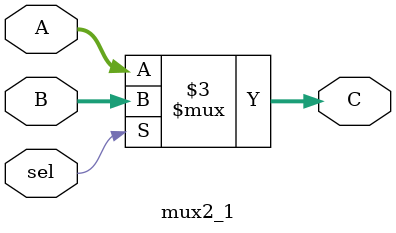
<source format=v>
`timescale 1ns/1ns

module mux2_1(
	input sel,
	input [31:0]A,
	input [31:0]B,
	output reg [31:0]C
);
	
always @(*)
begin
	if (sel)
		begin
		C=B;
		end
	else
		begin
		C=A;
		end
	end
	
endmodule
	

</source>
